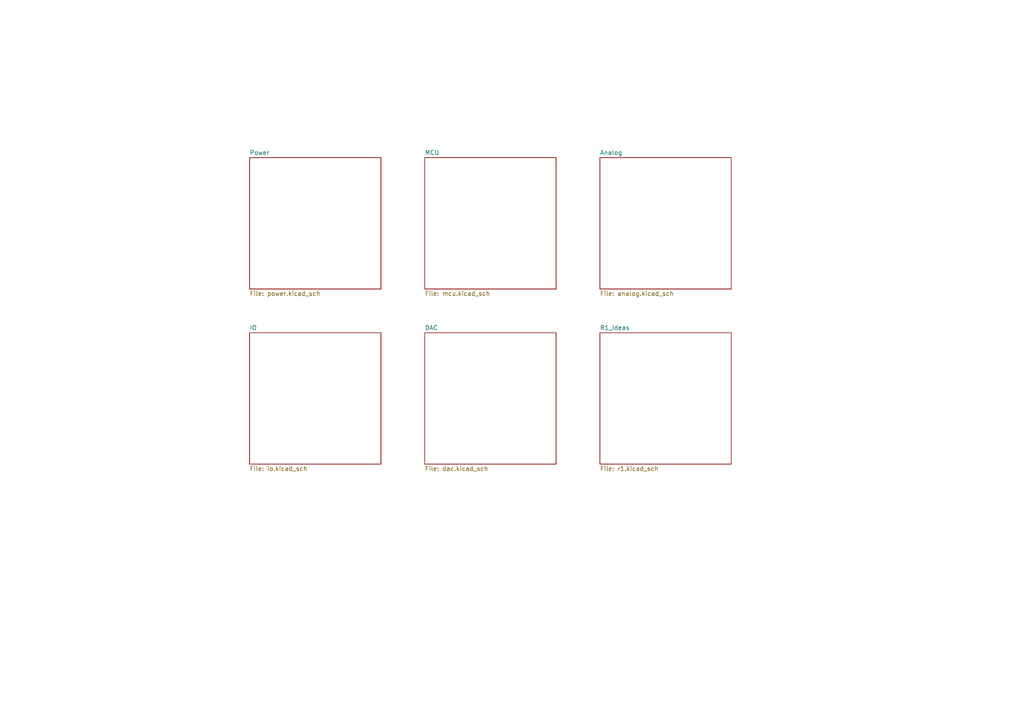
<source format=kicad_sch>
(kicad_sch
	(version 20231120)
	(generator "eeschema")
	(generator_version "8.0")
	(uuid "0f677b42-33fc-4e36-b558-bcfb4727c7bd")
	(paper "A4")
	(lib_symbols)
	(sheet
		(at 123.19 96.52)
		(size 38.1 38.1)
		(fields_autoplaced yes)
		(stroke
			(width 0.1524)
			(type solid)
		)
		(fill
			(color 0 0 0 0.0000)
		)
		(uuid "0a4654af-5378-4362-ae2e-f9c3012b0f7b")
		(property "Sheetname" "DAC"
			(at 123.19 95.8084 0)
			(effects
				(font
					(size 1.27 1.27)
				)
				(justify left bottom)
			)
		)
		(property "Sheetfile" "dac.kicad_sch"
			(at 123.19 135.2046 0)
			(effects
				(font
					(size 1.27 1.27)
				)
				(justify left top)
			)
		)
		(instances
			(project "USAN_r0"
				(path "/0f677b42-33fc-4e36-b558-bcfb4727c7bd"
					(page "5")
				)
			)
		)
	)
	(sheet
		(at 123.19 45.72)
		(size 38.1 38.1)
		(fields_autoplaced yes)
		(stroke
			(width 0.1524)
			(type solid)
		)
		(fill
			(color 0 0 0 0.0000)
		)
		(uuid "0b5613fe-c1ae-4eee-a1cc-a26180b40bc9")
		(property "Sheetname" "MCU"
			(at 123.19 45.0084 0)
			(effects
				(font
					(size 1.27 1.27)
				)
				(justify left bottom)
			)
		)
		(property "Sheetfile" "mcu.kicad_sch"
			(at 123.19 84.4046 0)
			(effects
				(font
					(size 1.27 1.27)
				)
				(justify left top)
			)
		)
		(instances
			(project "USAN_r0"
				(path "/0f677b42-33fc-4e36-b558-bcfb4727c7bd"
					(page "3")
				)
			)
		)
	)
	(sheet
		(at 173.99 45.72)
		(size 38.1 38.1)
		(fields_autoplaced yes)
		(stroke
			(width 0.1524)
			(type solid)
		)
		(fill
			(color 0 0 0 0.0000)
		)
		(uuid "712614f0-381f-4cb8-aee0-a9bbe2c6825c")
		(property "Sheetname" "Analog"
			(at 173.99 45.0084 0)
			(effects
				(font
					(size 1.27 1.27)
				)
				(justify left bottom)
			)
		)
		(property "Sheetfile" "analog.kicad_sch"
			(at 173.99 84.4046 0)
			(effects
				(font
					(size 1.27 1.27)
				)
				(justify left top)
			)
		)
		(instances
			(project "USAN_r0"
				(path "/0f677b42-33fc-4e36-b558-bcfb4727c7bd"
					(page "6")
				)
			)
		)
	)
	(sheet
		(at 72.39 96.52)
		(size 38.1 38.1)
		(fields_autoplaced yes)
		(stroke
			(width 0.1524)
			(type solid)
		)
		(fill
			(color 0 0 0 0.0000)
		)
		(uuid "8f208e43-9a2a-4175-9af9-58425918f6e1")
		(property "Sheetname" "IO"
			(at 72.39 95.8084 0)
			(effects
				(font
					(size 1.27 1.27)
				)
				(justify left bottom)
			)
		)
		(property "Sheetfile" "io.kicad_sch"
			(at 72.39 135.2046 0)
			(effects
				(font
					(size 1.27 1.27)
				)
				(justify left top)
			)
		)
		(instances
			(project "USAN_r0"
				(path "/0f677b42-33fc-4e36-b558-bcfb4727c7bd"
					(page "4")
				)
			)
		)
	)
	(sheet
		(at 173.99 96.52)
		(size 38.1 38.1)
		(fields_autoplaced yes)
		(stroke
			(width 0.1524)
			(type solid)
		)
		(fill
			(color 0 0 0 0.0000)
		)
		(uuid "95a345a9-1fd1-4e45-b5a9-ad5d0e52b5ea")
		(property "Sheetname" "R1_Ideas"
			(at 173.99 95.8084 0)
			(effects
				(font
					(size 1.27 1.27)
				)
				(justify left bottom)
			)
		)
		(property "Sheetfile" "r1.kicad_sch"
			(at 173.99 135.2046 0)
			(effects
				(font
					(size 1.27 1.27)
				)
				(justify left top)
			)
		)
		(instances
			(project "USAN_r0"
				(path "/0f677b42-33fc-4e36-b558-bcfb4727c7bd"
					(page "11")
				)
			)
		)
	)
	(sheet
		(at 72.39 45.72)
		(size 38.1 38.1)
		(fields_autoplaced yes)
		(stroke
			(width 0.1524)
			(type solid)
		)
		(fill
			(color 0 0 0 0.0000)
		)
		(uuid "a31e3d26-d03e-438d-8838-4c17b5996579")
		(property "Sheetname" "Power"
			(at 72.39 45.0084 0)
			(effects
				(font
					(size 1.27 1.27)
				)
				(justify left bottom)
			)
		)
		(property "Sheetfile" "power.kicad_sch"
			(at 72.39 84.4046 0)
			(effects
				(font
					(size 1.27 1.27)
				)
				(justify left top)
			)
		)
		(instances
			(project "USAN_r0"
				(path "/0f677b42-33fc-4e36-b558-bcfb4727c7bd"
					(page "2")
				)
			)
		)
	)
	(sheet_instances
		(path "/"
			(page "1")
		)
	)
)

</source>
